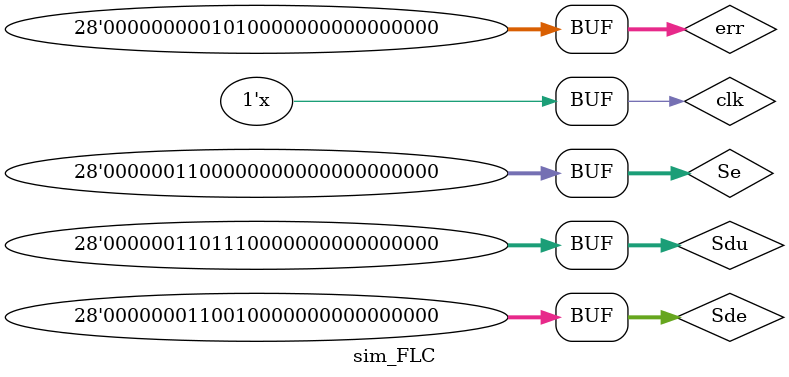
<source format=v>
`timescale 1ps / 1ps

module sim_FLC;

//Parameterized values
    
        // Inputs
        reg clk;
        wire clk_tm;
        reg [27:0] err;
        reg [27:0] Se;
        reg [27:0] Sde;
        reg [27:0] Sdu;
     
        // Outputs
        wire [27:0] uk;
    
        modo_flc fuzzy1 (clk,clk_tm,err,Se,Sde,Sdu,uk);
        
        divisor_f #(200) start_clk (
            .clk(clk),
            .en_clk(1),
            .clk_out(clk_tm)
            ); 
                
    
        initial begin
            clk = 0;
            err = 327680;
            Se = 3145728;
            Sde = 1638400;
            Sdu = 3604480;
        end
        
        always
        begin
            #5 clk = ~clk;
        end
        
        
    endmodule
</source>
